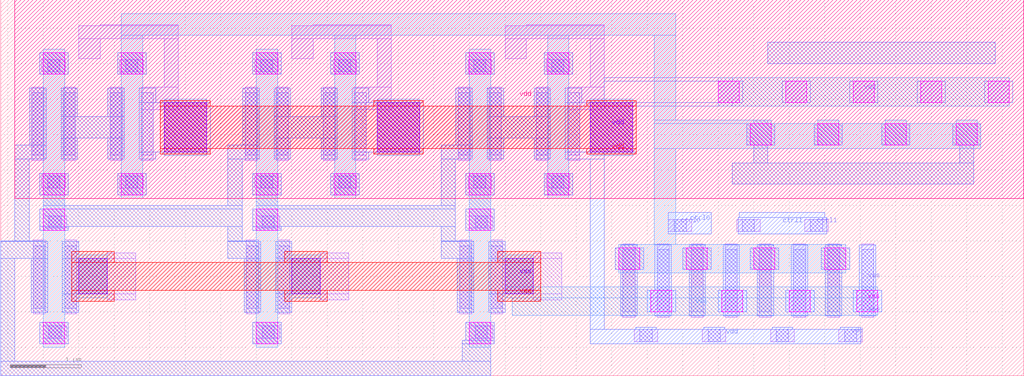
<source format=lef>
VERSION 5.7 ;
  NOWIREEXTENSIONATPIN ON ;
  DIVIDERCHAR "/" ;
  BUSBITCHARS "[]" ;
MACRO test_osc_adj
  CLASS BLOCK ;
  FOREIGN test_osc_adj ;
  ORIGIN 0.100 0.400 ;
  SIZE 14.400 BY 5.300 ;
  PIN ctrl0
    ANTENNAGATEAREA 0.150000 ;
    PORT
      LAYER li1 ;
        RECT 9.300 1.630 9.630 1.800 ;
      LAYER mcon ;
        RECT 9.380 1.630 9.550 1.800 ;
      LAYER met1 ;
        RECT 9.300 1.600 9.900 1.900 ;
    END
  END ctrl0
  PIN ctrl1
    ANTENNAGATEAREA 0.300000 ;
    PORT
      LAYER li1 ;
        RECT 10.260 1.630 10.590 1.800 ;
        RECT 11.220 1.630 11.550 1.800 ;
      LAYER mcon ;
        RECT 10.340 1.630 10.510 1.800 ;
        RECT 11.300 1.630 11.470 1.800 ;
      LAYER met1 ;
        RECT 10.300 1.830 11.500 1.900 ;
        RECT 10.280 1.600 11.530 1.830 ;
    END
  END ctrl1
  PIN vdd
    ANTENNAGATEAREA 0.600000 ;
    ANTENNADIFFAREA 1.500000 ;
    PORT
      LAYER nwell ;
        RECT 0.100 2.100 14.300 4.900 ;
      LAYER li1 ;
        RECT 1.300 4.530 2.400 4.550 ;
        RECT 4.300 4.530 5.400 4.550 ;
        RECT 7.300 4.530 8.400 4.550 ;
        RECT 1.000 4.350 2.400 4.530 ;
        RECT 1.000 4.070 1.300 4.350 ;
        RECT 2.200 3.670 2.400 4.350 ;
        RECT 4.000 4.350 5.400 4.530 ;
        RECT 4.000 4.070 4.300 4.350 ;
        RECT 5.200 3.670 5.400 4.350 ;
        RECT 7.000 4.350 8.400 4.530 ;
        RECT 7.000 4.070 7.300 4.350 ;
        RECT 8.200 3.670 8.400 4.350 ;
        RECT 1.880 3.350 2.400 3.670 ;
        RECT 4.880 3.350 5.400 3.670 ;
        RECT 7.880 3.350 8.400 3.670 ;
        RECT 1.880 2.630 2.050 3.350 ;
        RECT 4.880 2.630 5.050 3.350 ;
        RECT 7.880 2.630 8.050 3.350 ;
        RECT 8.820 0.080 9.150 0.250 ;
        RECT 9.780 0.080 10.110 0.250 ;
        RECT 10.740 0.080 11.070 0.250 ;
        RECT 11.700 0.080 12.030 0.250 ;
      LAYER mcon ;
        RECT 1.880 2.710 2.050 3.590 ;
        RECT 4.880 2.710 5.050 3.590 ;
        RECT 7.880 2.710 8.050 3.590 ;
        RECT 8.900 0.080 9.070 0.250 ;
        RECT 9.860 0.080 10.030 0.250 ;
        RECT 10.820 0.080 10.990 0.250 ;
        RECT 11.780 0.080 11.950 0.250 ;
      LAYER met1 ;
        RECT 8.400 3.750 10.200 3.800 ;
        RECT 1.850 3.450 2.080 3.650 ;
        RECT 4.850 3.450 5.080 3.650 ;
        RECT 7.850 3.450 8.080 3.650 ;
        RECT 8.400 3.450 10.350 3.750 ;
        RECT 10.900 3.450 11.300 3.750 ;
        RECT 11.850 3.450 12.250 3.750 ;
        RECT 12.800 3.450 13.200 3.750 ;
        RECT 13.750 3.450 14.150 3.750 ;
        RECT 1.850 2.750 2.850 3.450 ;
        RECT 4.850 2.750 5.850 3.450 ;
        RECT 7.850 3.400 10.200 3.450 ;
        RECT 7.850 2.750 8.850 3.400 ;
        RECT 1.850 2.650 2.080 2.750 ;
        RECT 4.850 2.650 5.080 2.750 ;
        RECT 7.850 2.650 8.400 2.750 ;
        RECT 8.200 0.250 8.400 2.650 ;
        RECT 8.840 0.250 9.130 0.280 ;
        RECT 9.800 0.250 10.090 0.280 ;
        RECT 10.760 0.250 11.050 0.280 ;
        RECT 11.720 0.250 12.010 0.280 ;
        RECT 8.200 0.050 12.010 0.250 ;
      LAYER via ;
        RECT 10.000 3.450 10.300 3.750 ;
        RECT 10.950 3.450 11.250 3.750 ;
        RECT 11.900 3.450 12.200 3.750 ;
        RECT 12.850 3.450 13.150 3.750 ;
        RECT 13.800 3.450 14.100 3.750 ;
        RECT 2.200 2.750 2.800 3.450 ;
        RECT 5.200 2.750 5.800 3.450 ;
        RECT 8.200 2.750 8.800 3.450 ;
      LAYER met2 ;
        RECT 2.200 2.700 2.800 3.500 ;
        RECT 5.200 2.700 5.800 3.500 ;
        RECT 8.200 2.700 8.800 3.500 ;
        RECT 10.000 3.400 14.100 3.800 ;
      LAYER via2 ;
        RECT 2.200 2.750 2.800 3.450 ;
        RECT 5.200 2.750 5.800 3.450 ;
        RECT 8.200 2.750 8.800 3.450 ;
      LAYER met3 ;
        RECT 2.150 3.400 2.850 3.475 ;
        RECT 5.150 3.400 5.850 3.475 ;
        RECT 8.150 3.400 8.850 3.475 ;
        RECT 2.150 2.800 8.850 3.400 ;
        RECT 2.150 2.725 2.850 2.800 ;
        RECT 5.150 2.725 5.850 2.800 ;
        RECT 8.150 2.725 8.850 2.800 ;
    END
  END vdd
  PIN vss
    ANTENNADIFFAREA 1.300000 ;
    PORT
      LAYER li1 ;
        RECT 9.140 0.420 9.310 1.460 ;
        RECT 10.100 0.420 10.270 1.460 ;
        RECT 11.060 0.420 11.230 1.460 ;
        RECT 12.020 0.420 12.190 1.460 ;
      LAYER mcon ;
        RECT 9.140 0.500 9.310 1.380 ;
        RECT 10.100 0.500 10.270 1.380 ;
        RECT 11.060 0.500 11.230 1.380 ;
        RECT 12.020 0.500 12.190 1.380 ;
      LAYER met1 ;
        RECT 9.110 0.800 9.340 1.440 ;
        RECT 10.070 0.800 10.300 1.440 ;
        RECT 11.030 0.800 11.260 1.440 ;
        RECT 11.990 0.800 12.220 1.440 ;
        RECT 9.000 0.500 9.400 0.800 ;
        RECT 10.000 0.500 10.400 0.800 ;
        RECT 10.950 0.500 11.350 0.800 ;
        RECT 11.900 0.500 12.300 0.800 ;
        RECT 9.110 0.440 9.340 0.500 ;
        RECT 10.070 0.440 10.300 0.500 ;
        RECT 11.030 0.440 11.260 0.500 ;
        RECT 11.990 0.440 12.220 0.500 ;
      LAYER via ;
        RECT 9.050 0.500 9.350 0.800 ;
        RECT 10.050 0.500 10.350 0.800 ;
        RECT 11.000 0.500 11.300 0.800 ;
        RECT 11.950 0.500 12.250 0.800 ;
      LAYER met2 ;
        RECT 1.000 0.700 1.400 1.300 ;
        RECT 4.000 0.700 4.400 1.300 ;
        RECT 7.000 0.850 7.400 1.300 ;
        RECT 7.000 0.700 12.250 0.850 ;
        RECT 7.100 0.450 12.250 0.700 ;
      LAYER via2 ;
        RECT 1.000 0.750 1.400 1.250 ;
        RECT 4.000 0.750 4.400 1.250 ;
        RECT 7.000 0.750 7.400 1.250 ;
      LAYER met3 ;
        RECT 0.900 1.200 1.500 1.350 ;
        RECT 3.900 1.200 4.500 1.350 ;
        RECT 6.900 1.200 7.500 1.350 ;
        RECT 0.900 0.800 7.500 1.200 ;
        RECT 0.900 0.650 1.500 0.800 ;
        RECT 3.900 0.650 4.500 0.800 ;
        RECT 6.900 0.650 7.500 0.800 ;
    END
  END vss
  OBS
      LAYER li1 ;
        RECT 0.480 3.885 0.810 4.055 ;
        RECT 1.580 3.885 1.910 4.055 ;
        RECT 3.480 3.885 3.810 4.055 ;
        RECT 4.580 3.885 4.910 4.055 ;
        RECT 6.480 3.885 6.810 4.055 ;
        RECT 7.580 3.885 7.910 4.055 ;
        RECT 0.340 2.630 0.510 3.670 ;
        RECT 0.780 2.630 0.950 3.670 ;
        RECT 1.440 2.630 1.610 3.670 ;
        RECT 3.340 2.630 3.510 3.670 ;
        RECT 3.780 2.630 3.950 3.670 ;
        RECT 4.440 2.630 4.610 3.670 ;
        RECT 6.340 2.630 6.510 3.670 ;
        RECT 6.780 2.630 6.950 3.670 ;
        RECT 7.440 2.630 7.610 3.670 ;
        RECT 0.480 2.245 0.810 2.415 ;
        RECT 1.580 2.245 1.910 2.415 ;
        RECT 3.480 2.245 3.810 2.415 ;
        RECT 4.580 2.245 4.910 2.415 ;
        RECT 6.480 2.245 6.810 2.415 ;
        RECT 7.580 2.245 7.910 2.415 ;
        RECT 0.500 1.680 0.830 1.850 ;
        RECT 3.500 1.680 3.830 1.850 ;
        RECT 6.500 1.680 6.830 1.850 ;
        RECT 0.360 0.470 0.530 1.510 ;
        RECT 0.800 1.250 0.970 1.510 ;
        RECT 1.400 1.250 1.800 1.330 ;
        RECT 0.800 0.750 1.800 1.250 ;
        RECT 0.800 0.470 0.970 0.750 ;
        RECT 1.400 0.670 1.800 0.750 ;
        RECT 3.360 0.470 3.530 1.510 ;
        RECT 3.800 1.250 3.970 1.510 ;
        RECT 4.400 1.250 4.800 1.330 ;
        RECT 3.800 0.750 4.800 1.250 ;
        RECT 3.800 0.470 3.970 0.750 ;
        RECT 4.400 0.670 4.800 0.750 ;
        RECT 6.360 0.470 6.530 1.510 ;
        RECT 6.800 1.250 6.970 1.510 ;
        RECT 7.400 1.250 7.800 1.330 ;
        RECT 6.800 0.750 7.800 1.250 ;
        RECT 6.800 0.470 6.970 0.750 ;
        RECT 7.400 0.670 7.800 0.750 ;
        RECT 8.660 0.420 8.830 1.460 ;
        RECT 9.620 0.420 9.790 1.460 ;
        RECT 10.580 0.420 10.750 1.460 ;
        RECT 11.540 0.420 11.710 1.460 ;
        RECT 0.500 0.130 0.830 0.300 ;
        RECT 3.500 0.130 3.830 0.300 ;
        RECT 6.500 0.130 6.830 0.300 ;
      LAYER mcon ;
        RECT 0.560 3.885 0.730 4.055 ;
        RECT 1.660 3.885 1.830 4.055 ;
        RECT 3.560 3.885 3.730 4.055 ;
        RECT 4.660 3.885 4.830 4.055 ;
        RECT 6.560 3.885 6.730 4.055 ;
        RECT 7.660 3.885 7.830 4.055 ;
        RECT 0.340 2.710 0.510 3.590 ;
        RECT 0.780 2.710 0.950 3.590 ;
        RECT 1.440 2.710 1.610 3.590 ;
        RECT 3.340 2.710 3.510 3.590 ;
        RECT 3.780 2.710 3.950 3.590 ;
        RECT 4.440 2.710 4.610 3.590 ;
        RECT 6.340 2.710 6.510 3.590 ;
        RECT 6.780 2.710 6.950 3.590 ;
        RECT 7.440 2.710 7.610 3.590 ;
        RECT 0.560 2.245 0.730 2.415 ;
        RECT 1.660 2.245 1.830 2.415 ;
        RECT 3.560 2.245 3.730 2.415 ;
        RECT 4.660 2.245 4.830 2.415 ;
        RECT 6.560 2.245 6.730 2.415 ;
        RECT 7.660 2.245 7.830 2.415 ;
        RECT 0.580 1.680 0.750 1.850 ;
        RECT 3.580 1.680 3.750 1.850 ;
        RECT 6.580 1.680 6.750 1.850 ;
        RECT 0.360 0.550 0.530 1.430 ;
        RECT 0.800 0.550 0.970 1.430 ;
        RECT 3.360 0.550 3.530 1.430 ;
        RECT 3.800 0.550 3.970 1.430 ;
        RECT 6.360 0.550 6.530 1.430 ;
        RECT 6.800 0.550 6.970 1.430 ;
        RECT 8.660 0.500 8.830 1.380 ;
        RECT 9.620 0.500 9.790 1.380 ;
        RECT 10.580 0.500 10.750 1.380 ;
        RECT 11.540 0.500 11.710 1.380 ;
        RECT 0.580 0.130 0.750 0.300 ;
        RECT 3.580 0.130 3.750 0.300 ;
        RECT 6.580 0.130 6.750 0.300 ;
      LAYER met1 ;
        RECT 0.450 3.850 0.850 4.150 ;
        RECT 1.550 3.850 1.950 4.150 ;
        RECT 3.450 3.850 3.850 4.150 ;
        RECT 4.550 3.850 4.950 4.150 ;
        RECT 6.450 3.850 6.850 4.150 ;
        RECT 7.550 3.850 7.950 4.150 ;
        RECT 10.700 4.000 13.900 4.300 ;
        RECT 0.310 2.850 0.540 3.650 ;
        RECT 0.100 2.650 0.540 2.850 ;
        RECT 0.750 3.250 0.980 3.650 ;
        RECT 1.410 3.250 1.640 3.650 ;
        RECT 0.750 2.950 1.640 3.250 ;
        RECT 0.750 2.650 0.980 2.950 ;
        RECT 1.410 2.650 1.640 2.950 ;
        RECT 3.310 2.850 3.540 3.650 ;
        RECT 3.100 2.650 3.540 2.850 ;
        RECT 3.750 3.250 3.980 3.650 ;
        RECT 4.410 3.250 4.640 3.650 ;
        RECT 3.750 2.950 4.640 3.250 ;
        RECT 3.750 2.650 3.980 2.950 ;
        RECT 4.410 2.650 4.640 2.950 ;
        RECT 6.310 2.850 6.540 3.650 ;
        RECT 6.100 2.650 6.540 2.850 ;
        RECT 6.750 3.250 6.980 3.650 ;
        RECT 7.410 3.250 7.640 3.650 ;
        RECT 6.750 2.950 7.640 3.250 ;
        RECT 10.500 3.150 10.700 3.200 ;
        RECT 6.750 2.650 6.980 2.950 ;
        RECT 7.410 2.650 7.640 2.950 ;
        RECT 10.400 2.850 10.800 3.150 ;
        RECT 11.350 2.850 11.750 3.150 ;
        RECT 12.300 2.850 12.700 3.150 ;
        RECT 13.300 2.850 13.700 3.150 ;
        RECT 0.100 1.500 0.300 2.650 ;
        RECT 0.450 2.150 0.850 2.450 ;
        RECT 1.550 2.150 1.950 2.450 ;
        RECT 0.500 2.000 0.800 2.150 ;
        RECT 3.100 2.000 3.300 2.650 ;
        RECT 3.450 2.150 3.850 2.450 ;
        RECT 4.550 2.150 4.950 2.450 ;
        RECT 0.500 1.950 3.300 2.000 ;
        RECT 3.500 2.000 3.800 2.150 ;
        RECT 6.100 2.000 6.300 2.650 ;
        RECT 10.500 2.600 10.700 2.850 ;
        RECT 13.400 2.600 13.600 2.850 ;
        RECT 6.450 2.150 6.850 2.450 ;
        RECT 7.550 2.150 7.950 2.450 ;
        RECT 10.200 2.300 13.600 2.600 ;
        RECT 3.500 1.950 6.300 2.000 ;
        RECT 6.500 1.950 6.800 2.150 ;
        RECT 0.450 1.700 3.300 1.950 ;
        RECT 0.450 1.650 0.850 1.700 ;
        RECT 3.100 1.500 3.300 1.700 ;
        RECT 3.450 1.700 6.300 1.950 ;
        RECT 3.450 1.650 3.850 1.700 ;
        RECT 6.100 1.500 6.300 1.700 ;
        RECT 6.450 1.650 6.850 1.950 ;
        RECT -0.100 1.490 0.500 1.500 ;
        RECT 3.100 1.490 3.500 1.500 ;
        RECT 6.100 1.490 6.500 1.500 ;
        RECT -0.100 1.250 0.560 1.490 ;
        RECT -0.100 -0.200 0.100 1.250 ;
        RECT 0.330 0.490 0.560 1.250 ;
        RECT 0.770 1.250 1.000 1.490 ;
        RECT 3.100 1.250 3.560 1.490 ;
        RECT 0.770 0.750 1.400 1.250 ;
        RECT 0.770 0.490 1.000 0.750 ;
        RECT 3.330 0.490 3.560 1.250 ;
        RECT 3.770 1.250 4.000 1.490 ;
        RECT 6.100 1.250 6.560 1.490 ;
        RECT 3.770 0.750 4.400 1.250 ;
        RECT 3.770 0.490 4.000 0.750 ;
        RECT 6.330 0.490 6.560 1.250 ;
        RECT 6.770 1.250 7.000 1.490 ;
        RECT 8.630 1.400 8.860 1.440 ;
        RECT 9.590 1.400 9.820 1.440 ;
        RECT 10.550 1.400 10.780 1.440 ;
        RECT 11.510 1.400 11.740 1.440 ;
        RECT 6.770 0.750 7.400 1.250 ;
        RECT 8.550 1.100 8.950 1.400 ;
        RECT 9.500 1.100 9.900 1.400 ;
        RECT 10.450 1.100 10.850 1.400 ;
        RECT 11.450 1.100 11.850 1.400 ;
        RECT 6.770 0.490 7.000 0.750 ;
        RECT 8.630 0.440 8.860 1.100 ;
        RECT 9.590 0.440 9.820 1.100 ;
        RECT 10.550 0.440 10.780 1.100 ;
        RECT 11.510 0.440 11.740 1.100 ;
        RECT 0.450 0.050 0.850 0.350 ;
        RECT 3.450 0.050 3.850 0.350 ;
        RECT 6.450 0.100 6.850 0.350 ;
        RECT 6.400 0.050 6.850 0.100 ;
        RECT 6.400 -0.200 6.800 0.050 ;
        RECT -0.100 -0.400 6.800 -0.200 ;
      LAYER via ;
        RECT 0.500 3.850 0.800 4.150 ;
        RECT 1.600 3.850 1.900 4.150 ;
        RECT 3.500 3.850 3.800 4.150 ;
        RECT 4.600 3.850 4.900 4.150 ;
        RECT 6.500 3.850 6.800 4.150 ;
        RECT 7.600 3.850 7.900 4.150 ;
        RECT 10.450 2.850 10.750 3.150 ;
        RECT 11.400 2.850 11.700 3.150 ;
        RECT 12.350 2.850 12.650 3.150 ;
        RECT 13.350 2.850 13.650 3.150 ;
        RECT 0.500 2.150 0.800 2.450 ;
        RECT 1.600 2.150 1.900 2.450 ;
        RECT 3.500 2.150 3.800 2.450 ;
        RECT 4.600 2.150 4.900 2.450 ;
        RECT 6.500 2.150 6.800 2.450 ;
        RECT 7.600 2.150 7.900 2.450 ;
        RECT 0.500 1.650 0.800 1.950 ;
        RECT 3.500 1.650 3.800 1.950 ;
        RECT 6.500 1.650 6.800 1.950 ;
        RECT 8.600 1.100 8.900 1.400 ;
        RECT 9.550 1.100 9.850 1.400 ;
        RECT 10.500 1.100 10.800 1.400 ;
        RECT 11.500 1.100 11.800 1.400 ;
        RECT 0.500 0.050 0.800 0.350 ;
        RECT 3.500 0.050 3.800 0.350 ;
        RECT 6.500 0.050 6.800 0.350 ;
      LAYER met2 ;
        RECT 1.600 4.400 9.400 4.700 ;
        RECT 0.500 0.000 0.800 4.200 ;
        RECT 1.600 2.100 1.900 4.400 ;
        RECT 3.500 0.000 3.800 4.200 ;
        RECT 4.600 2.100 4.900 4.400 ;
        RECT 6.500 0.000 6.800 4.200 ;
        RECT 7.600 2.100 7.900 4.400 ;
        RECT 9.100 3.200 9.400 4.400 ;
        RECT 9.100 3.150 10.750 3.200 ;
        RECT 11.400 3.150 11.700 3.200 ;
        RECT 12.350 3.150 12.650 3.200 ;
        RECT 13.350 3.150 13.650 3.200 ;
        RECT 9.100 2.800 13.700 3.150 ;
        RECT 9.100 1.450 9.400 2.800 ;
        RECT 8.600 1.050 11.800 1.450 ;
  END
END test_osc_adj
END LIBRARY


</source>
